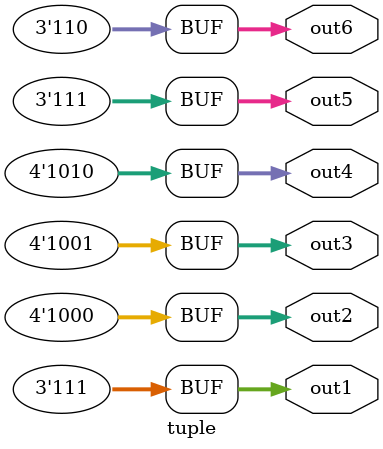
<source format=v>
module tuple (
  output [2:0] out1,
  output [3:0] out2,
  output [3:0] out3,
  output [3:0] out4,
  output [2:0] out5,
  output [2:0] out6
);

assign out1 = 3'd7;
assign out2 = 4'd8;
assign out3 = 4'd9;
assign out4 = 4'd10;
assign out5 = 3'd7;
assign out6 = 3'd6;

endmodule

</source>
